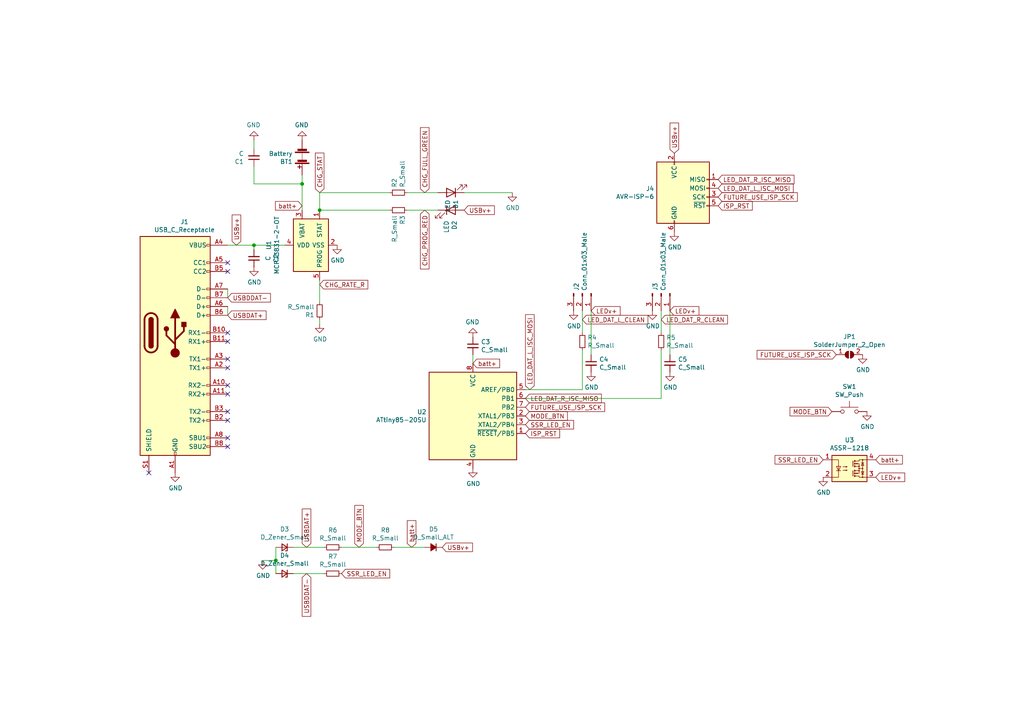
<source format=kicad_sch>
(kicad_sch (version 20211123) (generator eeschema)
  (paper "A4")
  (lib_symbols
    (symbol "Battery_Management:MCP73831-2-OT" (pin_names (offset 1.016))
      (property "Reference" "U" (at -7.62 6.35 0))
      (property "Value" "MCP73831-2-OT" (at 1.27 6.35 0))
      (symbol "MCP73831-2-OT_0_1"
        (rectangle (start -7.62 5.08) (end 7.62 -5.08) (stroke (width 0.254)) (fill (type background)))
      )
      (symbol "MCP73831-2-OT_1_1"
        (pin output line (at 10.16 -2.54 180) (length 2.54) (name "STAT") (number "1"))
        (pin power_in line (at 0 -7.62 90) (length 2.54) (name "VSS") (number "2"))
        (pin power_out line (at 10.16 2.54 180) (length 2.54) (name "VBAT") (number "3"))
        (pin power_in line (at 0 7.62 270) (length 2.54) (name "VDD") (number "4"))
        (pin input line (at -10.16 -2.54 0) (length 2.54) (name "PROG") (number "5"))
      )
    )
    (symbol "Connector:AVR-ISP-6" (pin_names (offset 1.016))
      (property "Reference" "J" (at -6.35 11.43 0))
      (property "Value" "AVR-ISP-6" (at 0 11.43 0))
      (symbol "AVR-ISP-6_0_1"
        (rectangle (start -2.667 -6.858) (end -2.413 -7.62))
        (rectangle (start -2.667 10.16) (end -2.413 9.398))
        (rectangle (start 7.62 -2.413) (end 6.858 -2.667))
        (rectangle (start 7.62 0.127) (end 6.858 -0.127))
        (rectangle (start 7.62 2.667) (end 6.858 2.413))
        (rectangle (start 7.62 5.207) (end 6.858 4.953))
        (rectangle (start 7.62 10.16) (end -7.62 -7.62) (stroke (width 0.254)) (fill (type background)))
      )
      (symbol "AVR-ISP-6_1_1"
        (pin passive line (at 10.16 5.08 180) (length 2.54) (name "MISO") (number "1"))
        (pin passive line (at -2.54 12.7 270) (length 2.54) (name "VCC") (number "2"))
        (pin passive line (at 10.16 0 180) (length 2.54) (name "SCK") (number "3"))
        (pin passive line (at 10.16 2.54 180) (length 2.54) (name "MOSI") (number "4"))
        (pin passive line (at 10.16 -2.54 180) (length 2.54) (name "~{RST}") (number "5"))
        (pin passive line (at -2.54 -10.16 90) (length 2.54) (name "GND") (number "6"))
      )
    )
    (symbol "Connector:Conn_01x03_Male" (pin_names (offset 1.016) hide)
      (property "Reference" "J" (at 0 5.08 0))
      (property "Value" "Conn_01x03_Male" (at 0 -5.08 0))
      (symbol "Conn_01x03_Male_1_1"
        (polyline (pts (xy 1.27 -2.54) (xy 0.8636 -2.54)) (stroke (width 0.1524)))
        (polyline (pts (xy 1.27 0) (xy 0.8636 0)) (stroke (width 0.1524)))
        (polyline (pts (xy 1.27 2.54) (xy 0.8636 2.54)) (stroke (width 0.1524)))
        (rectangle (start 0.8636 -2.413) (end 0 -2.667) (stroke (width 0.1524)) (fill (type outline)))
        (rectangle (start 0.8636 0.127) (end 0 -0.127) (stroke (width 0.1524)) (fill (type outline)))
        (rectangle (start 0.8636 2.667) (end 0 2.413) (stroke (width 0.1524)) (fill (type outline)))
        (pin passive line (at 5.08 2.54 180) (length 3.81) (name "Pin_1") (number "1"))
        (pin passive line (at 5.08 0 180) (length 3.81) (name "Pin_2") (number "2"))
        (pin passive line (at 5.08 -2.54 180) (length 3.81) (name "Pin_3") (number "3"))
      )
    )
    (symbol "Connector:USB_C_Receptacle" (pin_names (offset 1.016))
      (property "Reference" "J" (at -10.16 29.21 0))
      (property "Value" "USB_C_Receptacle" (at 10.16 29.21 0))
      (symbol "USB_C_Receptacle_0_0"
        (rectangle (start -0.254 -35.56) (end 0.254 -34.544))
        (rectangle (start 10.16 -32.766) (end 9.144 -33.274))
        (rectangle (start 10.16 -30.226) (end 9.144 -30.734))
        (rectangle (start 10.16 -25.146) (end 9.144 -25.654))
        (rectangle (start 10.16 -22.606) (end 9.144 -23.114))
        (rectangle (start 10.16 -17.526) (end 9.144 -18.034))
        (rectangle (start 10.16 -14.986) (end 9.144 -15.494))
        (rectangle (start 10.16 -9.906) (end 9.144 -10.414))
        (rectangle (start 10.16 -7.366) (end 9.144 -7.874))
        (rectangle (start 10.16 -2.286) (end 9.144 -2.794))
        (rectangle (start 10.16 0.254) (end 9.144 -0.254))
        (rectangle (start 10.16 5.334) (end 9.144 4.826))
        (rectangle (start 10.16 7.874) (end 9.144 7.366))
        (rectangle (start 10.16 10.414) (end 9.144 9.906))
        (rectangle (start 10.16 12.954) (end 9.144 12.446))
        (rectangle (start 10.16 18.034) (end 9.144 17.526))
        (rectangle (start 10.16 20.574) (end 9.144 20.066))
        (rectangle (start 10.16 25.654) (end 9.144 25.146))
      )
      (symbol "USB_C_Receptacle_0_1"
        (rectangle (start -10.16 27.94) (end 10.16 -35.56) (stroke (width 0.254)) (fill (type background)))
        (arc (start -8.89 -3.81) (mid -6.985 -5.715) (end -5.08 -3.81) (stroke (width 0.508)))
        (arc (start -7.62 -3.81) (mid -6.985 -4.445) (end -6.35 -3.81) (stroke (width 0.254)))
        (arc (start -7.62 -3.81) (mid -6.985 -4.445) (end -6.35 -3.81) (stroke (width 0.254)) (fill (type outline)))
        (rectangle (start -7.62 -3.81) (end -6.35 3.81) (stroke (width 0.254)) (fill (type outline)))
        (arc (start -6.35 3.81) (mid -6.985 4.445) (end -7.62 3.81) (stroke (width 0.254)))
        (arc (start -6.35 3.81) (mid -6.985 4.445) (end -7.62 3.81) (stroke (width 0.254)) (fill (type outline)))
        (arc (start -5.08 3.81) (mid -6.985 5.715) (end -8.89 3.81) (stroke (width 0.508)))
        (polyline (pts (xy -8.89 -3.81) (xy -8.89 3.81)) (stroke (width 0.508)))
        (polyline (pts (xy -5.08 3.81) (xy -5.08 -3.81)) (stroke (width 0.508)))
      )
      (symbol "USB_C_Receptacle_1_1"
        (circle (center -2.54 1.143) (radius 0.635) (stroke (width 0.254)) (fill (type outline)))
        (circle (center 0 -5.842) (radius 1.27) (fill (type outline)))
        (polyline (pts (xy 0 -5.842) (xy 0 4.318)) (stroke (width 0.508)))
        (polyline (pts (xy 0 -3.302) (xy -2.54 -0.762) (xy -2.54 0.508)) (stroke (width 0.508)))
        (polyline (pts (xy 0 -2.032) (xy 2.54 0.508) (xy 2.54 1.778)) (stroke (width 0.508)))
        (polyline (pts (xy -1.27 4.318) (xy 0 6.858) (xy 1.27 4.318) (xy -1.27 4.318)) (stroke (width 0.254)) (fill (type outline)))
        (rectangle (start 1.905 1.778) (end 3.175 3.048) (stroke (width 0.254)) (fill (type outline)))
        (pin passive line (at 0 -40.64 90) (length 5.08) (name "GND") (number "A1"))
        (pin bidirectional line (at 15.24 -15.24 180) (length 5.08) (name "RX2-") (number "A10"))
        (pin bidirectional line (at 15.24 -17.78 180) (length 5.08) (name "RX2+") (number "A11"))
        (pin passive line (at 0 -40.64 90) (length 5.08) hide (name "GND") (number "A12"))
        (pin bidirectional line (at 15.24 -10.16 180) (length 5.08) (name "TX1+") (number "A2"))
        (pin bidirectional line (at 15.24 -7.62 180) (length 5.08) (name "TX1-") (number "A3"))
        (pin passive line (at 15.24 25.4 180) (length 5.08) (name "VBUS") (number "A4"))
        (pin bidirectional line (at 15.24 20.32 180) (length 5.08) (name "CC1") (number "A5"))
        (pin bidirectional line (at 15.24 7.62 180) (length 5.08) (name "D+") (number "A6"))
        (pin bidirectional line (at 15.24 12.7 180) (length 5.08) (name "D-") (number "A7"))
        (pin bidirectional line (at 15.24 -30.48 180) (length 5.08) (name "SBU1") (number "A8"))
        (pin passive line (at 15.24 25.4 180) (length 5.08) hide (name "VBUS") (number "A9"))
        (pin passive line (at 0 -40.64 90) (length 5.08) hide (name "GND") (number "B1"))
        (pin bidirectional line (at 15.24 0 180) (length 5.08) (name "RX1-") (number "B10"))
        (pin bidirectional line (at 15.24 -2.54 180) (length 5.08) (name "RX1+") (number "B11"))
        (pin passive line (at 0 -40.64 90) (length 5.08) hide (name "GND") (number "B12"))
        (pin bidirectional line (at 15.24 -25.4 180) (length 5.08) (name "TX2+") (number "B2"))
        (pin bidirectional line (at 15.24 -22.86 180) (length 5.08) (name "TX2-") (number "B3"))
        (pin passive line (at 15.24 25.4 180) (length 5.08) hide (name "VBUS") (number "B4"))
        (pin bidirectional line (at 15.24 17.78 180) (length 5.08) (name "CC2") (number "B5"))
        (pin bidirectional line (at 15.24 5.08 180) (length 5.08) (name "D+") (number "B6"))
        (pin bidirectional line (at 15.24 10.16 180) (length 5.08) (name "D-") (number "B7"))
        (pin bidirectional line (at 15.24 -33.02 180) (length 5.08) (name "SBU2") (number "B8"))
        (pin passive line (at 15.24 25.4 180) (length 5.08) hide (name "VBUS") (number "B9"))
        (pin passive line (at -7.62 -40.64 90) (length 5.08) (name "SHIELD") (number "S1"))
      )
    )
    (symbol "Device:Battery" (pin_numbers hide) (pin_names (offset 0) hide)
      (property "Reference" "BT" (at 2.54 2.54 0))
      (property "Value" "Battery" (at 2.54 0 0))
      (symbol "Battery_0_1"
        (rectangle (start -2.032 -1.397) (end 2.032 -1.651) (fill (type outline)))
        (rectangle (start -2.032 1.778) (end 2.032 1.524) (fill (type outline)))
        (rectangle (start -1.3208 -1.9812) (end 1.27 -2.4892) (fill (type outline)))
        (rectangle (start -1.3208 1.1938) (end 1.27 0.6858) (fill (type outline)))
        (polyline (pts (xy 0 -1.524) (xy 0 -1.27)))
        (polyline (pts (xy 0 -1.016) (xy 0 -0.762)))
        (polyline (pts (xy 0 -0.508) (xy 0 -0.254)))
        (polyline (pts (xy 0 0) (xy 0 0.254)))
        (polyline (pts (xy 0 0.508) (xy 0 0.762)))
        (polyline (pts (xy 0 1.778) (xy 0 2.54)))
        (polyline (pts (xy 0.254 2.667) (xy 1.27 2.667)) (stroke (width 0.254)))
        (polyline (pts (xy 0.762 3.175) (xy 0.762 2.159)) (stroke (width 0.254)))
      )
      (symbol "Battery_1_1"
        (pin passive line (at 0 5.08 270) (length 2.54) (name "+") (number "1"))
        (pin passive line (at 0 -5.08 90) (length 2.54) (name "-") (number "2"))
      )
    )
    (symbol "Device:C_Small" (pin_numbers hide) (pin_names (offset 0.254) hide)
      (property "Reference" "C" (at 0.254 1.778 0))
      (property "Value" "C_Small" (at 0.254 -2.032 0))
      (symbol "C_Small_0_1"
        (polyline (pts (xy -1.524 -0.508) (xy 1.524 -0.508)) (stroke (width 0.3302)))
        (polyline (pts (xy -1.524 0.508) (xy 1.524 0.508)) (stroke (width 0.3048)))
      )
      (symbol "C_Small_1_1"
        (pin passive line (at 0 2.54 270) (length 2.032) (name "~") (number "1"))
        (pin passive line (at 0 -2.54 90) (length 2.032) (name "~") (number "2"))
      )
    )
    (symbol "Device:D_Small_ALT" (pin_numbers hide) (pin_names (offset 0.254) hide)
      (property "Reference" "D" (at -1.27 2.032 0))
      (property "Value" "Device_D_Small_ALT" (at -3.81 -2.032 0))
      (symbol "D_Small_ALT_0_1"
        (polyline (pts (xy -0.762 -1.016) (xy -0.762 1.016)) (stroke (width 0.254)))
        (polyline (pts (xy -0.762 0) (xy 0.762 0)))
        (polyline (pts (xy 0.762 -1.016) (xy -0.762 0) (xy 0.762 1.016) (xy 0.762 -1.016)) (stroke (width 0.254)) (fill (type outline)))
      )
      (symbol "D_Small_ALT_1_1"
        (pin passive line (at -2.54 0 0) (length 1.778) (name "K") (number "1"))
        (pin passive line (at 2.54 0 180) (length 1.778) (name "A") (number "2"))
      )
    )
    (symbol "Device:D_Zener_Small" (pin_numbers hide) (pin_names (offset 0.254) hide)
      (property "Reference" "D" (at 0 2.286 0))
      (property "Value" "D_Zener_Small" (at 0 -2.286 0))
      (symbol "D_Zener_Small_0_1"
        (polyline (pts (xy 0.762 0) (xy -0.762 0)))
        (polyline (pts (xy -0.254 1.016) (xy -0.762 1.016) (xy -0.762 -1.016)) (stroke (width 0.254)))
        (polyline (pts (xy 0.762 1.016) (xy -0.762 0) (xy 0.762 -1.016) (xy 0.762 1.016)) (stroke (width 0.254)))
      )
      (symbol "D_Zener_Small_1_1"
        (pin passive line (at -2.54 0 0) (length 1.778) (name "K") (number "1"))
        (pin passive line (at 2.54 0 180) (length 1.778) (name "A") (number "2"))
      )
    )
    (symbol "Device:LED" (pin_numbers hide) (pin_names (offset 1.016) hide)
      (property "Reference" "D" (at 0 2.54 0))
      (property "Value" "LED" (at 0 -2.54 0))
      (symbol "LED_0_1"
        (polyline (pts (xy -1.27 -1.27) (xy -1.27 1.27)) (stroke (width 0.254)))
        (polyline (pts (xy -1.27 0) (xy 1.27 0)))
        (polyline (pts (xy 1.27 -1.27) (xy 1.27 1.27) (xy -1.27 0) (xy 1.27 -1.27)) (stroke (width 0.254)))
        (polyline (pts (xy -3.048 -0.762) (xy -4.572 -2.286) (xy -3.81 -2.286) (xy -4.572 -2.286) (xy -4.572 -1.524)))
        (polyline (pts (xy -1.778 -0.762) (xy -3.302 -2.286) (xy -2.54 -2.286) (xy -3.302 -2.286) (xy -3.302 -1.524)))
      )
      (symbol "LED_1_1"
        (pin passive line (at -3.81 0 0) (length 2.54) (name "K") (number "1"))
        (pin passive line (at 3.81 0 180) (length 2.54) (name "A") (number "2"))
      )
    )
    (symbol "Device:R_Small" (pin_numbers hide) (pin_names (offset 0.254) hide)
      (property "Reference" "R" (at 0.762 0.508 0))
      (property "Value" "R_Small" (at 0.762 -1.016 0))
      (symbol "R_Small_0_1"
        (rectangle (start -0.762 1.778) (end 0.762 -1.778) (stroke (width 0.2032)))
      )
      (symbol "R_Small_1_1"
        (pin passive line (at 0 2.54 270) (length 0.762) (name "~") (number "1"))
        (pin passive line (at 0 -2.54 90) (length 0.762) (name "~") (number "2"))
      )
    )
    (symbol "Jumper:SolderJumper_2_Open" (pin_names (offset 0) hide)
      (property "Reference" "JP" (at 0 2.032 0))
      (property "Value" "SolderJumper_2_Open" (at 0 -2.54 0))
      (symbol "SolderJumper_2_Open_0_1"
        (arc (start -0.254 1.016) (mid -1.27 0) (end -0.254 -1.016))
        (arc (start -0.254 1.016) (mid -1.27 0) (end -0.254 -1.016) (fill (type outline)))
        (polyline (pts (xy -0.254 1.016) (xy -0.254 -1.016)))
        (polyline (pts (xy 0.254 1.016) (xy 0.254 -1.016)))
        (arc (start 0.254 -1.016) (mid 1.27 0) (end 0.254 1.016))
        (arc (start 0.254 -1.016) (mid 1.27 0) (end 0.254 1.016) (fill (type outline)))
      )
      (symbol "SolderJumper_2_Open_1_1"
        (pin passive line (at -3.81 0 0) (length 2.54) (name "A") (number "1"))
        (pin passive line (at 3.81 0 180) (length 2.54) (name "B") (number "2"))
      )
    )
    (symbol "MCU_Microchip_ATtiny:ATtiny85-20SU"
      (property "Reference" "U" (at -12.7 13.97 0))
      (property "Value" "MCU_Microchip_ATtiny_ATtiny85-20SU" (at 2.54 -13.97 0))
      (symbol "ATtiny85-20SU_0_1"
        (rectangle (start -12.7 -12.7) (end 12.7 12.7) (stroke (width 0.254)) (fill (type background)))
      )
      (symbol "ATtiny85-20SU_1_1"
        (pin bidirectional line (at 15.24 -5.08 180) (length 2.54) (name "~{RESET}/PB5") (number "1"))
        (pin bidirectional line (at 15.24 0 180) (length 2.54) (name "XTAL1/PB3") (number "2"))
        (pin bidirectional line (at 15.24 -2.54 180) (length 2.54) (name "XTAL2/PB4") (number "3"))
        (pin power_in line (at 0 -15.24 90) (length 2.54) (name "GND") (number "4"))
        (pin bidirectional line (at 15.24 7.62 180) (length 2.54) (name "AREF/PB0") (number "5"))
        (pin bidirectional line (at 15.24 5.08 180) (length 2.54) (name "PB1") (number "6"))
        (pin bidirectional line (at 15.24 2.54 180) (length 2.54) (name "PB2") (number "7"))
        (pin power_in line (at 0 15.24 270) (length 2.54) (name "VCC") (number "8"))
      )
    )
    (symbol "Relay_SolidState:ASSR-1218"
      (property "Reference" "U" (at -5.08 5.08 0))
      (property "Value" "ASSR-1218" (at 0 5.08 0))
      (symbol "ASSR-1218_0_1"
        (rectangle (start -5.08 3.81) (end 5.08 -3.81) (stroke (width 0.254)) (fill (type background)))
        (polyline (pts (xy -3.81 -0.635) (xy -2.54 -0.635)))
        (polyline (pts (xy 1.016 -0.635) (xy 1.016 -2.159)) (stroke (width 0.2032)))
        (polyline (pts (xy 1.016 2.159) (xy 1.016 0.635)) (stroke (width 0.2032)))
        (polyline (pts (xy 1.524 -0.508) (xy 1.524 -0.762)) (stroke (width 0.3556)))
        (polyline (pts (xy 2.794 0) (xy 3.81 0)))
        (polyline (pts (xy 3.429 -1.651) (xy 4.191 -1.651)))
        (polyline (pts (xy 3.429 1.651) (xy 4.191 1.651)))
        (polyline (pts (xy 3.81 -2.54) (xy 3.81 2.54)))
        (polyline (pts (xy 1.524 -2.032) (xy 1.524 -2.286) (xy 1.524 -2.286)) (stroke (width 0.3556)))
        (polyline (pts (xy 1.524 -1.27) (xy 1.524 -1.524) (xy 1.524 -1.524)) (stroke (width 0.3556)))
        (polyline (pts (xy 1.524 0.762) (xy 1.524 0.508) (xy 1.524 0.508)) (stroke (width 0.3556)))
        (polyline (pts (xy 1.524 1.524) (xy 1.524 1.27) (xy 1.524 1.27)) (stroke (width 0.3556)))
        (polyline (pts (xy 1.524 2.286) (xy 1.524 2.032) (xy 1.524 2.032)) (stroke (width 0.3556)))
        (polyline (pts (xy 1.651 -1.397) (xy 2.794 -1.397) (xy 2.794 -0.635)))
        (polyline (pts (xy 1.651 1.397) (xy 2.794 1.397) (xy 2.794 0.635)))
        (polyline (pts (xy -5.08 2.54) (xy -3.175 2.54) (xy -3.175 -2.54) (xy -5.08 -2.54)))
        (polyline (pts (xy -3.175 -0.635) (xy -3.81 0.635) (xy -2.54 0.635) (xy -3.175 -0.635)))
        (polyline (pts (xy 1.651 -2.159) (xy 2.794 -2.159) (xy 2.794 -2.54) (xy 5.08 -2.54)))
        (polyline (pts (xy 1.651 -0.635) (xy 2.794 -0.635) (xy 2.794 0.635) (xy 1.651 0.635)))
        (polyline (pts (xy 1.651 2.159) (xy 2.794 2.159) (xy 2.794 2.54) (xy 5.08 2.54)))
        (polyline (pts (xy 1.778 -1.397) (xy 2.286 -1.27) (xy 2.286 -1.524) (xy 1.778 -1.397)))
        (polyline (pts (xy 1.778 1.397) (xy 2.286 1.524) (xy 2.286 1.27) (xy 1.778 1.397)))
        (polyline (pts (xy 3.81 -1.651) (xy 3.429 -0.889) (xy 4.191 -0.889) (xy 3.81 -1.651)))
        (polyline (pts (xy 3.81 1.651) (xy 3.429 0.889) (xy 4.191 0.889) (xy 3.81 1.651)))
        (polyline (pts (xy -1.905 -0.508) (xy -0.635 -0.508) (xy -1.016 -0.635) (xy -1.016 -0.381) (xy -0.635 -0.508)))
        (polyline (pts (xy -1.905 0.508) (xy -0.635 0.508) (xy -1.016 0.381) (xy -1.016 0.635) (xy -0.635 0.508)))
        (circle (center 2.794 -0.635) (radius 0.127))
        (circle (center 2.794 0) (radius 0.127))
        (circle (center 2.794 0.635) (radius 0.127))
        (circle (center 3.81 -2.54) (radius 0.127))
        (circle (center 3.81 0) (radius 0.127))
        (circle (center 3.81 2.54) (radius 0.127))
      )
      (symbol "ASSR-1218_1_1"
        (pin passive line (at -7.62 2.54 0) (length 2.54) (name "~") (number "1"))
        (pin passive line (at -7.62 -2.54 0) (length 2.54) (name "~") (number "2"))
        (pin passive line (at 7.62 -2.54 180) (length 2.54) (name "~") (number "3"))
        (pin passive line (at 7.62 2.54 180) (length 2.54) (name "~") (number "4"))
      )
    )
    (symbol "Switch:SW_Push" (pin_numbers hide) (pin_names (offset 1.016) hide)
      (property "Reference" "SW" (at 1.27 2.54 0))
      (property "Value" "SW_Push" (at 0 -1.524 0))
      (symbol "SW_Push_0_1"
        (circle (center -2.032 0) (radius 0.508))
        (polyline (pts (xy 0 1.27) (xy 0 3.048)))
        (polyline (pts (xy 2.54 1.27) (xy -2.54 1.27)))
        (circle (center 2.032 0) (radius 0.508))
        (pin passive line (at -5.08 0 0) (length 2.54) (name "1") (number "1"))
        (pin passive line (at 5.08 0 180) (length 2.54) (name "2") (number "2"))
      )
    )
    (symbol "power:GND" (power) (pin_names (offset 0))
      (property "Value" "GND" (at 0 -3.81 0))
      (symbol "GND_0_1"
        (polyline (pts (xy 0 0) (xy 0 -1.27) (xy 1.27 -1.27) (xy 0 -2.54) (xy -1.27 -1.27) (xy 0 -1.27)))
      )
      (symbol "GND_1_1"
        (pin power_in line (at 0 0 270) (length 0) hide (name "GND") (number "1"))
      )
    )
  )
  (junction (at 92.71 60.96))
  (junction (at 73.66 71.12))
  (junction (at 80.01 162.56))
  (junction (at 87.63 53.34))
  (no_connect (at 66.04 99.06))
  (no_connect (at 66.04 106.68))
  (no_connect (at 66.04 96.52))
  (no_connect (at 43.18 137.16))
  (no_connect (at 66.04 78.74))
  (no_connect (at 66.04 121.92))
  (no_connect (at 66.04 129.54))
  (no_connect (at 66.04 119.38))
  (no_connect (at 66.04 104.14))
  (no_connect (at 66.04 114.3))
  (no_connect (at 66.04 76.2))
  (no_connect (at 66.04 111.76))
  (no_connect (at 66.04 127))
  (wire (pts (xy 171.45 90.17) (xy 171.45 102.87)))
  (wire (pts (xy 191.77 101.6) (xy 191.77 115.57)))
  (wire (pts (xy 73.66 43.18) (xy 73.66 40.64)))
  (wire (pts (xy 92.71 81.28) (xy 92.71 87.63)))
  (wire (pts (xy 66.04 88.9) (xy 66.04 91.44)))
  (wire (pts (xy 92.71 60.96) (xy 113.03 60.96)))
  (wire (pts (xy 168.91 90.17) (xy 168.91 96.52)))
  (wire (pts (xy 113.03 55.88) (xy 92.71 55.88)))
  (wire (pts (xy 66.04 83.82) (xy 66.04 86.36)))
  (wire (pts (xy 152.4 115.57) (xy 191.77 115.57)))
  (wire (pts (xy 87.63 53.34) (xy 87.63 60.96)))
  (wire (pts (xy 152.4 113.03) (xy 168.91 113.03)))
  (wire (pts (xy 191.77 90.17) (xy 191.77 96.52)))
  (wire (pts (xy 92.71 55.88) (xy 92.71 60.96)))
  (wire (pts (xy 66.04 71.12) (xy 73.66 71.12)))
  (wire (pts (xy 73.66 71.12) (xy 82.55 71.12)))
  (wire (pts (xy 85.09 166.37) (xy 93.98 166.37)))
  (wire (pts (xy 73.66 53.34) (xy 87.63 53.34)))
  (wire (pts (xy 80.01 162.56) (xy 80.01 166.37)))
  (wire (pts (xy 73.66 48.26) (xy 73.66 53.34)))
  (wire (pts (xy 194.31 90.17) (xy 194.31 102.87)))
  (wire (pts (xy 93.98 158.75) (xy 85.09 158.75)))
  (wire (pts (xy 73.66 72.39) (xy 73.66 71.12)))
  (wire (pts (xy 80.01 158.75) (xy 80.01 162.56)))
  (wire (pts (xy 168.91 101.6) (xy 168.91 113.03)))
  (wire (pts (xy 127 60.96) (xy 118.11 60.96)))
  (wire (pts (xy 137.16 102.87) (xy 137.16 105.41)))
  (wire (pts (xy 80.01 162.56) (xy 76.2 162.56)))
  (wire (pts (xy 123.19 158.75) (xy 114.3 158.75)))
  (wire (pts (xy 87.63 50.8) (xy 87.63 53.34)))
  (wire (pts (xy 134.62 55.88) (xy 148.59 55.88)))
  (wire (pts (xy 92.71 92.71) (xy 92.71 93.98)))
  (wire (pts (xy 99.06 158.75) (xy 109.22 158.75)))
  (wire (pts (xy 127 55.88) (xy 118.11 55.88)))
  (global_label "USBDAT+" (shape input) (at 66.04 91.44 0) (property "Intersheet References" "${INTERSHEET_REFS}" (effects hide)))
  (global_label "SSR_LED_EN" (shape input) (at 238.76 133.35 180) (property "Intersheet References" "${INTERSHEET_REFS}" (effects hide)))
  (global_label "FUTURE_USE_ISP_SCK" (shape input) (at 242.57 102.87 180) (property "Intersheet References" "${INTERSHEET_REFS}" (effects hide)))
  (global_label "CHG_STAT" (shape input) (at 92.71 55.88 90) (property "Intersheet References" "${INTERSHEET_REFS}" (effects hide)))
  (global_label "MODE_BTN" (shape input) (at 152.4 120.65 0) (property "Intersheet References" "${INTERSHEET_REFS}" (effects hide)))
  (global_label "MODE_BTN" (shape input) (at 241.3 119.38 180) (property "Intersheet References" "${INTERSHEET_REFS}" (effects hide)))
  (global_label "batt+" (shape input) (at 137.16 105.41 0) (property "Intersheet References" "${INTERSHEET_REFS}" (effects hide)))
  (global_label "LED_DAT_L_ISC_MOSI" (shape input) (at 208.28 54.61 0) (property "Intersheet References" "${INTERSHEET_REFS}" (effects hide)))
  (global_label "ISP_RST" (shape input) (at 152.4 125.73 0) (property "Intersheet References" "${INTERSHEET_REFS}" (effects hide)))
  (global_label "LED_DAT_L_CLEAN" (shape input) (at 168.91 92.71 0) (property "Intersheet References" "${INTERSHEET_REFS}" (effects hide)))
  (global_label "USBv+" (shape input) (at 134.62 60.96 0) (property "Intersheet References" "${INTERSHEET_REFS}" (effects hide)))
  (global_label "USBDAT+" (shape input) (at 88.9 158.75 90) (property "Intersheet References" "${INTERSHEET_REFS}" (effects hide)))
  (global_label "LED_DAT_R_CLEAN" (shape input) (at 191.77 92.71 0) (property "Intersheet References" "${INTERSHEET_REFS}" (effects hide)))
  (global_label "batt+" (shape input) (at 119.38 158.75 90) (property "Intersheet References" "${INTERSHEET_REFS}" (effects hide)))
  (global_label "ISP_RST" (shape input) (at 208.28 59.69 0) (property "Intersheet References" "${INTERSHEET_REFS}" (effects hide)))
  (global_label "MODE_BTN" (shape input) (at 104.14 158.75 90) (property "Intersheet References" "${INTERSHEET_REFS}" (effects hide)))
  (global_label "CHG_RATE_R" (shape input) (at 92.71 82.55 0) (property "Intersheet References" "${INTERSHEET_REFS}" (effects hide)))
  (global_label "SSR_LED_EN" (shape input) (at 152.4 123.19 0) (property "Intersheet References" "${INTERSHEET_REFS}" (effects hide)))
  (global_label "USBv+" (shape input) (at 68.58 71.12 90) (property "Intersheet References" "${INTERSHEET_REFS}" (effects hide)))
  (global_label "USBDDAT-" (shape input) (at 88.9 166.37 270) (property "Intersheet References" "${INTERSHEET_REFS}" (effects hide)))
  (global_label "USBDDAT-" (shape input) (at 66.04 86.36 0) (property "Intersheet References" "${INTERSHEET_REFS}" (effects hide)))
  (global_label "LED_DAT_R_ISC_MISO" (shape input) (at 152.4 115.57 0) (property "Intersheet References" "${INTERSHEET_REFS}" (effects hide)))
  (global_label "LED_DAT_R_ISC_MISO" (shape input) (at 208.28 52.07 0) (property "Intersheet References" "${INTERSHEET_REFS}" (effects hide)))
  (global_label "LEDv+" (shape input) (at 194.31 90.17 0) (property "Intersheet References" "${INTERSHEET_REFS}" (effects hide)))
  (global_label "LED_DAT_L_ISC_MOSI" (shape input) (at 153.67 113.03 90) (property "Intersheet References" "${INTERSHEET_REFS}" (effects hide)))
  (global_label "USBv+" (shape input) (at 128.27 158.75 0) (property "Intersheet References" "${INTERSHEET_REFS}" (effects hide)))
  (global_label "CHG_FULL_GREEN" (shape input) (at 123.19 55.88 90) (property "Intersheet References" "${INTERSHEET_REFS}" (effects hide)))
  (global_label "FUTURE_USE_ISP_SCK" (shape input) (at 152.4 118.11 0) (property "Intersheet References" "${INTERSHEET_REFS}" (effects hide)))
  (global_label "SSR_LED_EN" (shape input) (at 99.06 166.37 0) (property "Intersheet References" "${INTERSHEET_REFS}" (effects hide)))
  (global_label "FUTURE_USE_ISP_SCK" (shape input) (at 208.28 57.15 0) (property "Intersheet References" "${INTERSHEET_REFS}" (effects hide)))
  (global_label "LEDv+" (shape input) (at 254 138.43 0) (property "Intersheet References" "${INTERSHEET_REFS}" (effects hide)))
  (global_label "USBv+" (shape input) (at 195.58 44.45 90) (property "Intersheet References" "${INTERSHEET_REFS}" (effects hide)))
  (global_label "LEDv+" (shape input) (at 171.45 90.17 0) (property "Intersheet References" "${INTERSHEET_REFS}" (effects hide)))
  (global_label "CHG_PROG_RED" (shape input) (at 123.19 60.96 270) (property "Intersheet References" "${INTERSHEET_REFS}" (effects hide)))
  (global_label "batt+" (shape input) (at 254 133.35 0) (property "Intersheet References" "${INTERSHEET_REFS}" (effects hide)))
  (global_label "batt+" (shape input) (at 87.63 59.69 180) (property "Intersheet References" "${INTERSHEET_REFS}" (effects hide)))
  (symbol (lib_id "Connector:USB_C_Receptacle") (at 50.8 96.52 0) (unit 1)
    (property "Reference" "J1" (at 53.5178 64.3382 0))
    (property "Value" "USB_C_Receptacle" (at 53.5178 66.6496 0))
    (property "Footprint" "Connector_USB:USB_C_Receptacle_JAE_DX07S024WJ3R400" (effects hide))
    (property "Datasheet" "https://www.usb.org/sites/default/files/documents/usb_type-c.zip" (effects hide))
  )
  (symbol (lib_id "Device:Battery") (at 87.63 45.72 180) (unit 1)
    (property "Reference" "BT1" (at 84.8868 46.8884 0) (effects (justify left)))
    (property "Value" "Battery" (at 84.8868 44.577 0) (effects (justify left)))
    (property "Footprint" "Connector_JST:JST_PH_S2B-PH-SM4-TB_1x02-1MP_P2.00mm_Horizontal" (effects hide))
  )
  (symbol (lib_id "power:GND") (at 50.8 137.16 0) (unit 1)
    (property "Reference" "#PWR01" (effects hide))
    (property "Value" "GND" (at 50.927 141.5542 0))
  )
  (symbol (lib_id "Battery_Management:MCP73831-2-OT") (at 90.17 71.12 90) (unit 1)
    (property "Reference" "U1" (at 77.9526 71.12 0))
    (property "Value" "MCP73831-2-OT" (at 80.264 71.12 0))
    (property "Footprint" "Package_TO_SOT_SMD:SOT-23-5" (effects hide))
    (property "Datasheet" "http://ww1.microchip.com/downloads/en/DeviceDoc/20001984g.pdf" (effects hide))
  )
  (symbol (lib_id "power:GND") (at 148.59 55.88 0) (unit 1)
    (property "Reference" "#PWR09" (effects hide))
    (property "Value" "GND" (at 148.717 60.2742 0))
  )
  (symbol (lib_id "power:GND") (at 87.63 40.64 180) (unit 1)
    (property "Reference" "#PWR04" (effects hide))
    (property "Value" "GND" (at 87.503 36.2458 0))
  )
  (symbol (lib_id "Device:R_Small") (at 92.71 90.17 180) (unit 1)
    (property "Reference" "R1" (at 91.2114 91.3384 0) (effects (justify left)))
    (property "Value" "R_Small" (at 91.2114 89.027 0) (effects (justify left)))
    (property "Footprint" "Resistor_SMD:R_1206_3216Metric_Pad1.42x1.75mm_HandSolder" (effects hide))
  )
  (symbol (lib_id "Device:R_Small") (at 115.57 60.96 270) (unit 1)
    (property "Reference" "R3" (at 116.7384 62.4586 0) (effects (justify left)))
    (property "Value" "R_Small" (at 114.427 62.4586 0) (effects (justify left)))
    (property "Footprint" "Resistor_SMD:R_1206_3216Metric_Pad1.42x1.75mm_HandSolder" (effects hide))
  )
  (symbol (lib_id "Device:LED") (at 130.81 60.96 0) (unit 1)
    (property "Reference" "D2" (at 131.8006 63.9572 90) (effects (justify right)))
    (property "Value" "LED" (at 129.4892 63.9572 90) (effects (justify right)))
    (property "Footprint" "LED_SMD:LED_1206_3216Metric_Pad1.42x1.75mm_HandSolder" (effects hide))
  )
  (symbol (lib_id "power:GND") (at 73.66 40.64 180) (unit 1)
    (property "Reference" "#PWR02" (effects hide))
    (property "Value" "GND" (at 73.533 36.2458 0))
  )
  (symbol (lib_id "Device:C_Small") (at 73.66 45.72 180) (unit 1)
    (property "Reference" "C1" (at 70.739 46.8884 0) (effects (justify left)))
    (property "Value" "C" (at 70.739 44.577 0) (effects (justify left)))
    (property "Footprint" "Capacitor_SMD:C_1206_3216Metric_Pad1.42x1.75mm_HandSolder" (effects hide))
  )
  (symbol (lib_id "Device:C_Small") (at 73.66 74.93 180) (unit 1)
    (property "Reference" "C2" (at 80.0608 74.93 90))
    (property "Value" "C" (at 77.7494 74.93 90))
    (property "Footprint" "Capacitor_SMD:C_1206_3216Metric_Pad1.42x1.75mm_HandSolder" (effects hide))
  )
  (symbol (lib_id "power:GND") (at 73.66 77.47 0) (unit 1)
    (property "Reference" "#PWR03" (effects hide))
    (property "Value" "GND" (at 73.787 81.8642 0))
  )
  (symbol (lib_id "Device:R_Small") (at 115.57 55.88 90) (unit 1)
    (property "Reference" "R2" (at 114.4016 54.3814 0) (effects (justify left)))
    (property "Value" "R_Small" (at 116.713 54.3814 0) (effects (justify left)))
    (property "Footprint" "Resistor_SMD:R_1206_3216Metric_Pad1.42x1.75mm_HandSolder" (effects hide))
  )
  (symbol (lib_id "Device:LED") (at 130.81 55.88 180) (unit 1)
    (property "Reference" "D1" (at 132.1562 57.912 90) (effects (justify left)))
    (property "Value" "LED" (at 129.8448 57.912 90) (effects (justify left)))
    (property "Footprint" "LED_SMD:LED_1206_3216Metric_Pad1.42x1.75mm_HandSolder" (effects hide))
  )
  (symbol (lib_id "MCU_Microchip_ATtiny:ATtiny85-20SU") (at 137.16 120.65 0) (unit 1)
    (property "Reference" "U2" (at 123.7234 119.4816 0) (effects (justify right)))
    (property "Value" "ATtiny85-20SU" (at 123.7234 121.793 0) (effects (justify right)))
    (property "Footprint" "Package_SO:SOIJ-8_5.3x5.3mm_P1.27mm" (effects hide))
    (property "Datasheet" "http://ww1.microchip.com/downloads/en/DeviceDoc/atmel-2586-avr-8-bit-microcontroller-attiny25-attiny45-attiny85_datasheet.pdf" (effects hide))
  )
  (symbol (lib_id "Relay_SolidState:ASSR-1218") (at 246.38 135.89 0) (unit 1)
    (property "Reference" "U3" (at 246.38 127.635 0))
    (property "Value" "ASSR-1218" (at 246.38 129.9464 0))
    (property "Footprint" "Package_SO:SO-4_4.4x4.3mm_P2.54mm" (effects hide))
    (property "Datasheet" "https://docs.broadcom.com/docs/AV02-0173EN" (effects hide))
  )
  (symbol (lib_id "Connector:AVR-ISP-6") (at 198.12 57.15 0) (unit 1)
    (property "Reference" "J4" (at 189.7634 54.7116 0) (effects (justify right)))
    (property "Value" "AVR-ISP-6" (at 189.7634 57.023 0) (effects (justify right)))
    (property "Footprint" "Connector_PinSocket_2.54mm:PinSocket_2x03_P2.54mm_Vertical" (effects hide))
    (property "Datasheet" " ~" (effects hide))
  )
  (symbol (lib_id "Device:R_Small") (at 168.91 99.06 180) (unit 1)
    (property "Reference" "R4" (at 170.4086 97.8916 0) (effects (justify right)))
    (property "Value" "R_Small" (at 170.4086 100.203 0) (effects (justify right)))
    (property "Footprint" "Resistor_SMD:R_1206_3216Metric_Pad1.42x1.75mm_HandSolder" (effects hide))
  )
  (symbol (lib_id "Device:R_Small") (at 191.77 99.06 0) (unit 1)
    (property "Reference" "R5" (at 193.2686 97.8916 0) (effects (justify left)))
    (property "Value" "R_Small" (at 193.2686 100.203 0) (effects (justify left)))
    (property "Footprint" "Resistor_SMD:R_1206_3216Metric_Pad1.42x1.75mm_HandSolder" (effects hide))
  )
  (symbol (lib_id "power:GND") (at 97.79 71.12 0) (unit 1)
    (property "Reference" "#PWR06" (effects hide))
    (property "Value" "GND" (at 97.917 75.5142 0))
  )
  (symbol (lib_id "power:GND") (at 92.71 93.98 0) (unit 1)
    (property "Reference" "#PWR05" (effects hide))
    (property "Value" "GND" (at 92.837 98.3742 0))
  )
  (symbol (lib_id "power:GND") (at 137.16 135.89 0) (unit 1)
    (property "Reference" "#PWR08" (effects hide))
    (property "Value" "GND" (at 137.287 140.2842 0))
  )
  (symbol (lib_id "Connector:Conn_01x03_Male") (at 168.91 85.09 270) (unit 1)
    (property "Reference" "J2" (at 167.1828 84.3788 0) (effects (justify right)))
    (property "Value" "Conn_01x03_Male" (at 169.4942 84.3788 0) (effects (justify right)))
    (property "Footprint" "Connector_PinHeader_1.00mm:PinHeader_1x03_P1.00mm_Vertical" (effects hide))
  )
  (symbol (lib_id "Connector:Conn_01x03_Male") (at 191.77 85.09 270) (unit 1)
    (property "Reference" "J3" (at 190.0428 84.3788 0) (effects (justify right)))
    (property "Value" "Conn_01x03_Male" (at 192.3542 84.3788 0) (effects (justify right)))
    (property "Footprint" "Connector_PinHeader_1.00mm:PinHeader_1x03_P1.00mm_Vertical" (effects hide))
  )
  (symbol (lib_id "Device:C_Small") (at 137.16 100.33 0) (unit 1)
    (property "Reference" "C3" (at 139.4968 99.1616 0) (effects (justify left)))
    (property "Value" "C_Small" (at 139.4968 101.473 0) (effects (justify left)))
    (property "Footprint" "Capacitor_SMD:C_1206_3216Metric_Pad1.42x1.75mm_HandSolder" (effects hide))
  )
  (symbol (lib_id "power:GND") (at 137.16 97.79 180) (unit 1)
    (property "Reference" "#PWR07" (effects hide))
    (property "Value" "GND" (at 137.033 93.3958 0))
  )
  (symbol (lib_id "Device:C_Small") (at 171.45 105.41 0) (unit 1)
    (property "Reference" "C4" (at 173.7868 104.2416 0) (effects (justify left)))
    (property "Value" "C_Small" (at 173.7868 106.553 0) (effects (justify left)))
    (property "Footprint" "Capacitor_SMD:C_1206_3216Metric_Pad1.42x1.75mm_HandSolder" (effects hide))
  )
  (symbol (lib_id "Device:C_Small") (at 194.31 105.41 0) (unit 1)
    (property "Reference" "C5" (at 196.6468 104.2416 0) (effects (justify left)))
    (property "Value" "C_Small" (at 196.6468 106.553 0) (effects (justify left)))
    (property "Footprint" "Capacitor_SMD:C_1206_3216Metric_Pad1.42x1.75mm_HandSolder" (effects hide))
  )
  (symbol (lib_id "power:GND") (at 171.45 107.95 0) (unit 1)
    (property "Reference" "#PWR011" (effects hide))
    (property "Value" "GND" (at 171.577 112.3442 0))
  )
  (symbol (lib_id "power:GND") (at 194.31 107.95 0) (unit 1)
    (property "Reference" "#PWR014" (effects hide))
    (property "Value" "GND" (at 194.437 112.3442 0))
  )
  (symbol (lib_id "power:GND") (at 166.37 90.17 0) (unit 1)
    (property "Reference" "#PWR010" (effects hide))
    (property "Value" "GND" (at 166.497 94.5642 0))
  )
  (symbol (lib_id "power:GND") (at 189.23 90.17 0) (unit 1)
    (property "Reference" "#PWR013" (effects hide))
    (property "Value" "GND" (at 189.357 94.5642 0))
  )
  (symbol (lib_id "Switch:SW_Push") (at 246.38 119.38 0) (unit 1)
    (property "Reference" "SW1" (at 246.38 112.141 0))
    (property "Value" "SW_Push" (at 246.38 114.4524 0))
    (property "Footprint" "horny_charger:MXUTEUK_SelfLock_OnOff_Button_Switch" (effects hide))
  )
  (symbol (lib_id "power:GND") (at 251.46 119.38 0) (unit 1)
    (property "Reference" "#PWR015" (effects hide))
    (property "Value" "GND" (at 251.587 123.7742 0))
  )
  (symbol (lib_id "power:GND") (at 238.76 138.43 0) (unit 1)
    (property "Reference" "#PWR012" (effects hide))
    (property "Value" "GND" (at 238.887 142.8242 0))
  )
  (symbol (lib_id "power:GND") (at 195.58 67.31 0) (unit 1)
    (property "Reference" "#PWR016" (effects hide))
    (property "Value" "GND" (at 195.707 71.7042 0))
  )
  (symbol (lib_id "Jumper:SolderJumper_2_Open") (at 246.38 102.87 0) (unit 1)
    (property "Reference" "JP1" (at 246.38 97.663 0))
    (property "Value" "SolderJumper_2_Open" (at 246.38 99.9744 0))
    (property "Footprint" "Jumper:SolderJumper-2_P1.3mm_Open_TrianglePad1.0x1.5mm" (effects hide))
  )
  (symbol (lib_id "power:GND") (at 250.19 102.87 0) (unit 1)
    (property "Reference" "#PWR017" (effects hide))
    (property "Value" "GND" (at 250.317 107.2642 0))
  )
  (symbol (lib_id "Device:D_Zener_Small") (at 82.55 158.75 180) (unit 1)
    (property "Reference" "D3" (at 82.55 153.4922 0))
    (property "Value" "D_Zener_Small" (at 82.55 155.8036 0))
    (property "Footprint" "Diode_SMD:D_1206_3216Metric_Pad1.42x1.75mm_HandSolder" (effects hide))
  )
  (symbol (lib_id "Device:D_Zener_Small") (at 82.55 166.37 180) (unit 1)
    (property "Reference" "D4" (at 82.55 161.1122 0))
    (property "Value" "D_Zener_Small" (at 82.55 163.4236 0))
    (property "Footprint" "Diode_SMD:D_1206_3216Metric_Pad1.42x1.75mm_HandSolder" (effects hide))
  )
  (symbol (lib_id "power:GND") (at 76.2 162.56 0) (unit 1)
    (property "Reference" "#PWR018" (effects hide))
    (property "Value" "GND" (at 76.327 166.9542 0))
  )
  (symbol (lib_id "Device:R_Small") (at 96.52 158.75 270) (unit 1)
    (property "Reference" "R6" (at 96.52 153.7716 90))
    (property "Value" "R_Small" (at 96.52 156.083 90))
    (property "Footprint" "Resistor_SMD:R_1206_3216Metric_Pad1.42x1.75mm_HandSolder" (effects hide))
  )
  (symbol (lib_id "Device:R_Small") (at 96.52 166.37 270) (unit 1)
    (property "Reference" "R7" (at 96.52 161.3916 90))
    (property "Value" "R_Small" (at 96.52 163.703 90))
    (property "Footprint" "Resistor_SMD:R_1206_3216Metric_Pad1.42x1.75mm_HandSolder" (effects hide))
  )
  (symbol (lib_id "Device:R_Small") (at 111.76 158.75 90) (unit 1)
    (property "Reference" "R8" (at 111.76 153.7716 90))
    (property "Value" "R_Small" (at 111.76 156.083 90))
    (property "Footprint" "Resistor_SMD:R_1206_3216Metric_Pad1.42x1.75mm_HandSolder" (effects hide))
  )
  (symbol (lib_id "Device:D_Small_ALT") (at 125.73 158.75 180) (unit 1)
    (property "Reference" "D5" (at 125.73 153.4922 0))
    (property "Value" "D_Small_ALT" (at 125.73 155.8036 0))
    (property "Footprint" "Diode_SMD:D_1206_3216Metric_Pad1.42x1.75mm_HandSolder" (effects hide))
  )
)
</source>
